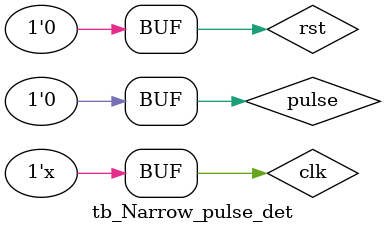
<source format=v>
/*~~~~~~~~~~~~~~~~~~~~~~~~~~~~~~~~~~~~~~~~~~~~~~~~~~~~~~~~~~~~~~~~~~~~~~~~~~~~~~~~~*/ 
/*~~~~~~~~~~~~~~~~~~~~~~~~~~~~~~~~~~~~~~~~~~~~~~~~~~~~~~~~~~~~~~~~~~~~~~~~~~~~~~~~~*/
/* Engineer    : Lqc                                                         
/* File        : tb_Narrow_pulse_det.v                                                         
/* Create      : 2022-09-01 09:58:16
/* Revise      : 2022-09-01 09:58:16                                                  
/* Module Name : tb_Narrow_pulse_det                                                  
/* Description : 窄脉冲检测电路仿真模块                                                                         
/* Editor : sublime text3, tab size (4)                                                                                
/*~~~~~~~~~~~~~~~~~~~~~~~~~~~~~~~~~~~~~~~~~~~~~~~~~~~~~~~~~~~~~~~~~~~~~~~~~~~~~~~~~*/
/*~~~~~~~~~~~~~~~~~~~~~~~~~~~~~~~~~~~~~~~~~~~~~~~~~~~~~~~~~~~~~~~~~~~~~~~~~~~~~~~~~*/

`timescale 1ns/1ps
module tb_Narrow_pulse_det();

reg       clk;
reg       rst;
reg       pulse;
wire      sync_pulse;

initial begin
	clk = 'd1;
	rst = 'd1;
	#100
	rst = 'd0;
	pulse = 'd0;
	#50
	pulse = 'd1;
	#5
	pulse = 'd0;
	#100
	pulse = 'd1;
	#5
	pulse = 'd0;	
end

always #5 clk = ~clk;

Narrow_pulse_det inst_Narrow_pulse_det (
	.clk(clk), 
	.rst(rst), 
	.pulse(pulse), 
	.sync_pulse(sync_pulse)
);

endmodule
</source>
